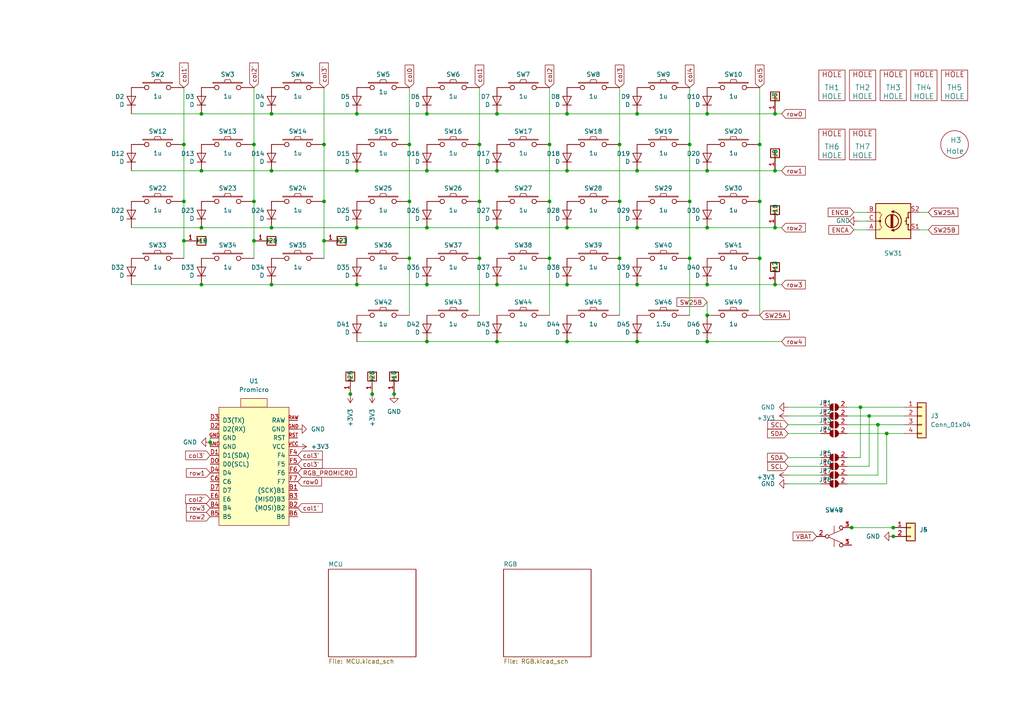
<source format=kicad_sch>
(kicad_sch (version 20220622) (generator eeschema)
  (paper "A4")
  (junction (at 184.785 66.04))
  (junction (at 257.175 125.73))
  (junction (at 107.95 114.3))
  (junction (at 179.705 74.93))
  (junction (at 220.345 41.91))
  (junction (at 249.555 118.11))
  (junction (at 252.095 120.65))
  (junction (at 224.79 49.53))
  (junction (at 164.465 82.55))
  (junction (at 123.825 99.06))
  (junction (at 144.145 82.55))
  (junction (at 93.98 69.85))
  (junction (at 184.785 49.53))
  (junction (at 259.08 153.035))
  (junction (at 103.505 82.55))
  (junction (at 58.42 82.55))
  (junction (at 118.745 41.91))
  (junction (at 205.105 33.02))
  (junction (at 205.105 91.44))
  (junction (at 78.74 82.55))
  (junction (at 164.465 49.53))
  (junction (at 224.79 33.02))
  (junction (at 53.34 69.85))
  (junction (at 103.505 33.02))
  (junction (at 159.385 41.91))
  (junction (at 118.745 74.93))
  (junction (at 184.785 33.02))
  (junction (at 60.96 128.27))
  (junction (at 200.025 74.93))
  (junction (at 78.74 66.04))
  (junction (at 164.465 66.04))
  (junction (at 73.66 58.42))
  (junction (at 205.105 82.55))
  (junction (at 103.505 49.53))
  (junction (at 224.79 66.04))
  (junction (at 139.065 41.91))
  (junction (at 93.98 41.91))
  (junction (at 118.745 58.42))
  (junction (at 114.3 114.3))
  (junction (at 200.025 58.42))
  (junction (at 179.705 58.42))
  (junction (at 58.42 33.02))
  (junction (at 254.635 123.19))
  (junction (at 144.145 66.04))
  (junction (at 58.42 49.53))
  (junction (at 200.025 41.91))
  (junction (at 73.66 41.91))
  (junction (at 259.08 155.575))
  (junction (at 179.705 41.91))
  (junction (at 58.42 66.04))
  (junction (at 139.065 74.93))
  (junction (at 53.34 41.91))
  (junction (at 224.79 82.55))
  (junction (at 123.825 66.04))
  (junction (at 101.6 114.3))
  (junction (at 123.825 49.53))
  (junction (at 73.66 69.85))
  (junction (at 78.74 33.02))
  (junction (at 220.345 58.42))
  (junction (at 123.825 33.02))
  (junction (at 164.465 33.02))
  (junction (at 139.065 58.42))
  (junction (at 159.385 74.93))
  (junction (at 93.98 58.42))
  (junction (at 78.74 49.53))
  (junction (at 103.505 66.04))
  (junction (at 144.145 49.53))
  (junction (at 247.015 153.035))
  (junction (at 220.345 74.93))
  (junction (at 205.105 99.06))
  (junction (at 123.825 82.55))
  (junction (at 144.145 99.06))
  (junction (at 184.785 82.55))
  (junction (at 205.105 49.53))
  (junction (at 205.105 66.04))
  (junction (at 144.145 33.02))
  (junction (at 159.385 58.42))
  (junction (at 164.465 99.06))
  (junction (at 53.34 58.42))
  (junction (at 184.785 99.06))
  (wire (pts (xy 224.79 33.02) (xy 226.695 33.02)))
  (wire (pts (xy 228.6 118.11) (xy 238.125 118.11)))
  (wire (pts (xy 228.6 132.715) (xy 238.125 132.715)))
  (wire (pts (xy 78.74 66.04) (xy 58.42 66.04)))
  (wire (pts (xy 228.6 135.255) (xy 238.125 135.255)))
  (wire (pts (xy 228.6 125.73) (xy 238.125 125.73)))
  (wire (pts (xy 93.98 58.42) (xy 93.98 69.85)))
  (wire (pts (xy 78.74 33.02) (xy 58.42 33.02)))
  (wire (pts (xy 226.695 99.06) (xy 205.105 99.06)))
  (wire (pts (xy 123.825 66.04) (xy 103.505 66.04)))
  (wire (pts (xy 123.825 99.06) (xy 103.505 99.06)))
  (wire (pts (xy 164.465 66.04) (xy 144.145 66.04)))
  (wire (pts (xy 247.015 153.035) (xy 259.08 153.035)))
  (wire (pts (xy 205.105 87.63) (xy 205.105 91.44)))
  (wire (pts (xy 228.6 140.335) (xy 238.125 140.335)))
  (wire (pts (xy 245.745 137.795) (xy 254.635 137.795)))
  (wire (pts (xy 205.105 99.06) (xy 184.785 99.06)))
  (wire (pts (xy 184.785 66.04) (xy 164.465 66.04)))
  (wire (pts (xy 200.025 25.4) (xy 200.025 41.91)))
  (wire (pts (xy 78.74 49.53) (xy 103.505 49.53)))
  (wire (pts (xy 93.98 25.4) (xy 93.98 41.91)))
  (wire (pts (xy 257.175 140.335) (xy 257.175 125.73)))
  (wire (pts (xy 78.74 82.55) (xy 103.505 82.55)))
  (wire (pts (xy 252.095 135.255) (xy 252.095 120.65)))
  (wire (pts (xy 159.385 58.42) (xy 159.385 74.93)))
  (wire (pts (xy 53.34 74.93) (xy 53.34 69.85)))
  (wire (pts (xy 224.79 66.04) (xy 226.695 66.04)))
  (wire (pts (xy 159.385 74.93) (xy 159.385 91.44)))
  (wire (pts (xy 123.825 33.02) (xy 144.145 33.02)))
  (wire (pts (xy 93.98 41.91) (xy 93.98 58.42)))
  (wire (pts (xy 220.345 41.91) (xy 220.345 58.42)))
  (wire (pts (xy 266.7 66.675) (xy 269.24 66.675)))
  (wire (pts (xy 144.145 99.06) (xy 123.825 99.06)))
  (wire (pts (xy 139.065 25.4) (xy 139.065 41.91)))
  (wire (pts (xy 78.74 49.53) (xy 58.42 49.53)))
  (wire (pts (xy 184.785 33.02) (xy 205.105 33.02)))
  (wire (pts (xy 184.785 33.02) (xy 164.465 33.02)))
  (wire (pts (xy 73.66 41.91) (xy 73.66 58.42)))
  (wire (pts (xy 245.745 123.19) (xy 254.635 123.19)))
  (wire (pts (xy 38.1 33.02) (xy 58.42 33.02)))
  (wire (pts (xy 118.745 58.42) (xy 118.745 41.91)))
  (wire (pts (xy 164.465 49.53) (xy 144.145 49.53)))
  (wire (pts (xy 179.705 41.91) (xy 179.705 58.42)))
  (wire (pts (xy 254.635 137.795) (xy 254.635 123.19)))
  (wire (pts (xy 257.175 125.73) (xy 262.255 125.73)))
  (wire (pts (xy 220.345 74.93) (xy 220.345 91.44)))
  (wire (pts (xy 205.105 82.55) (xy 224.79 82.55)))
  (wire (pts (xy 123.825 33.02) (xy 103.505 33.02)))
  (wire (pts (xy 139.065 74.93) (xy 139.065 58.42)))
  (wire (pts (xy 144.145 49.53) (xy 123.825 49.53)))
  (wire (pts (xy 266.7 61.595) (xy 269.24 61.595)))
  (wire (pts (xy 249.555 118.11) (xy 262.255 118.11)))
  (wire (pts (xy 245.745 118.11) (xy 249.555 118.11)))
  (wire (pts (xy 245.745 140.335) (xy 257.175 140.335)))
  (wire (pts (xy 245.745 120.65) (xy 252.095 120.65)))
  (wire (pts (xy 118.745 58.42) (xy 118.745 74.93)))
  (wire (pts (xy 184.785 66.04) (xy 205.105 66.04)))
  (wire (pts (xy 245.745 132.715) (xy 249.555 132.715)))
  (wire (pts (xy 184.785 82.55) (xy 205.105 82.55)))
  (wire (pts (xy 205.105 66.04) (xy 224.79 66.04)))
  (wire (pts (xy 224.79 49.53) (xy 226.695 49.53)))
  (wire (pts (xy 247.65 66.675) (xy 251.46 66.675)))
  (wire (pts (xy 205.105 49.53) (xy 224.79 49.53)))
  (wire (pts (xy 252.095 120.65) (xy 262.255 120.65)))
  (wire (pts (xy 179.705 25.4) (xy 179.705 41.91)))
  (wire (pts (xy 78.74 66.04) (xy 103.505 66.04)))
  (wire (pts (xy 228.6 120.65) (xy 238.125 120.65)))
  (wire (pts (xy 184.785 99.06) (xy 164.465 99.06)))
  (wire (pts (xy 93.98 69.85) (xy 93.98 74.93)))
  (wire (pts (xy 58.42 82.55) (xy 38.1 82.55)))
  (wire (pts (xy 245.745 135.255) (xy 252.095 135.255)))
  (wire (pts (xy 200.025 41.91) (xy 200.025 58.42)))
  (wire (pts (xy 205.105 33.02) (xy 224.79 33.02)))
  (wire (pts (xy 144.145 66.04) (xy 123.825 66.04)))
  (wire (pts (xy 200.025 58.42) (xy 200.025 74.93)))
  (wire (pts (xy 179.705 58.42) (xy 179.705 74.93)))
  (wire (pts (xy 224.79 82.55) (xy 226.695 82.55)))
  (wire (pts (xy 159.385 41.91) (xy 159.385 58.42)))
  (wire (pts (xy 164.465 33.02) (xy 144.145 33.02)))
  (wire (pts (xy 144.145 82.55) (xy 123.825 82.55)))
  (wire (pts (xy 254.635 123.19) (xy 262.255 123.19)))
  (wire (pts (xy 53.34 41.91) (xy 53.34 58.42)))
  (wire (pts (xy 58.42 49.53) (xy 38.1 49.53)))
  (wire (pts (xy 73.66 69.85) (xy 73.66 74.93)))
  (wire (pts (xy 139.065 41.91) (xy 139.065 58.42)))
  (wire (pts (xy 228.6 137.795) (xy 238.125 137.795)))
  (wire (pts (xy 159.385 25.4) (xy 159.385 41.91)))
  (wire (pts (xy 220.345 58.42) (xy 220.345 74.93)))
  (wire (pts (xy 228.6 123.19) (xy 238.125 123.19)))
  (wire (pts (xy 220.345 25.4) (xy 220.345 41.91)))
  (wire (pts (xy 164.465 99.06) (xy 144.145 99.06)))
  (wire (pts (xy 123.825 49.53) (xy 103.505 49.53)))
  (wire (pts (xy 60.96 128.27) (xy 60.96 129.54)))
  (wire (pts (xy 247.65 61.595) (xy 251.46 61.595)))
  (wire (pts (xy 249.555 132.715) (xy 249.555 118.11)))
  (wire (pts (xy 139.065 74.93) (xy 139.065 91.44)))
  (wire (pts (xy 164.465 82.55) (xy 144.145 82.55)))
  (wire (pts (xy 179.705 74.93) (xy 179.705 91.44)))
  (wire (pts (xy 53.34 25.4) (xy 53.34 41.91)))
  (wire (pts (xy 78.74 33.02) (xy 103.505 33.02)))
  (wire (pts (xy 73.66 25.4) (xy 73.66 41.91)))
  (wire (pts (xy 53.34 69.85) (xy 53.34 58.42)))
  (wire (pts (xy 184.785 49.53) (xy 164.465 49.53)))
  (wire (pts (xy 60.96 127) (xy 60.96 128.27)))
  (wire (pts (xy 200.025 74.93) (xy 200.025 91.44)))
  (wire (pts (xy 184.785 82.55) (xy 164.465 82.55)))
  (wire (pts (xy 118.745 74.93) (xy 118.745 91.44)))
  (wire (pts (xy 118.745 41.91) (xy 118.745 25.4)))
  (wire (pts (xy 245.745 125.73) (xy 257.175 125.73)))
  (wire (pts (xy 58.42 66.04) (xy 38.1 66.04)))
  (wire (pts (xy 251.46 64.135) (xy 248.92 64.135)))
  (wire (pts (xy 123.825 82.55) (xy 103.505 82.55)))
  (wire (pts (xy 184.785 49.53) (xy 205.105 49.53)))
  (wire (pts (xy 73.66 58.42) (xy 73.66 69.85)))
  (wire (pts (xy 78.74 82.55) (xy 58.42 82.55)))
  (global_label "ENCA" (shape input) (at 247.65 66.675 180) (property "Intersheet References" "${INTERSHEET_REFS}" (effects hide)))
  (global_label "col2'" (shape input) (at 60.96 144.78 180) (property "Intersheet References" "${INTERSHEET_REFS}" (effects hide)))
  (global_label "RGB_PROMICRO" (shape input) (at 86.36 137.16 0) (property "Intersheet References" "${INTERSHEET_REFS}" (effects hide)))
  (global_label "SW25B" (shape input) (at 269.24 66.675 0) (property "Intersheet References" "${INTERSHEET_REFS}" (effects hide)))
  (global_label "SW25A" (shape input) (at 220.345 91.44 0) (property "Intersheet References" "${INTERSHEET_REFS}" (effects hide)))
  (global_label "row3" (shape input) (at 60.96 147.32 180) (property "Intersheet References" "${INTERSHEET_REFS}" (effects hide)))
  (global_label "SCL" (shape input) (at 228.6 123.19 180) (property "Intersheet References" "${INTERSHEET_REFS}" (effects hide)))
  (global_label "col3'" (shape input) (at 60.96 132.08 180) (property "Intersheet References" "${INTERSHEET_REFS}" (effects hide)))
  (global_label "VBAT" (shape input) (at 236.855 155.575 180) (property "Intersheet References" "${INTERSHEET_REFS}" (effects hide)))
  (global_label "col1'" (shape input) (at 86.36 147.32 0) (property "Intersheet References" "${INTERSHEET_REFS}" (effects hide)))
  (global_label "ENCB" (shape input) (at 247.65 61.595 180) (property "Intersheet References" "${INTERSHEET_REFS}" (effects hide)))
  (global_label "col2'" (shape input) (at 73.66 25.4 90) (property "Intersheet References" "${INTERSHEET_REFS}" (effects hide)))
  (global_label "col4" (shape input) (at 200.025 25.4 90) (property "Intersheet References" "${INTERSHEET_REFS}" (effects hide)))
  (global_label "SCL" (shape input) (at 228.6 135.255 180) (property "Intersheet References" "${INTERSHEET_REFS}" (effects hide)))
  (global_label "SW25A" (shape input) (at 269.24 61.595 0) (property "Intersheet References" "${INTERSHEET_REFS}" (effects hide)))
  (global_label "row2" (shape input) (at 60.96 149.86 180) (property "Intersheet References" "${INTERSHEET_REFS}" (effects hide)))
  (global_label "col2" (shape input) (at 159.385 25.4 90) (property "Intersheet References" "${INTERSHEET_REFS}" (effects hide)))
  (global_label "SDA" (shape input) (at 228.6 132.715 180) (property "Intersheet References" "${INTERSHEET_REFS}" (effects hide)))
  (global_label "row3" (shape input) (at 226.695 82.55 0) (property "Intersheet References" "${INTERSHEET_REFS}" (effects hide)))
  (global_label "row0" (shape input) (at 226.695 33.02 0) (property "Intersheet References" "${INTERSHEET_REFS}" (effects hide)))
  (global_label "row4" (shape input) (at 226.695 99.06 0) (property "Intersheet References" "${INTERSHEET_REFS}" (effects hide)))
  (global_label "col5" (shape input) (at 220.345 25.4 90) (property "Intersheet References" "${INTERSHEET_REFS}" (effects hide)))
  (global_label "SW25B" (shape input) (at 205.105 87.63 180) (property "Intersheet References" "${INTERSHEET_REFS}" (effects hide)))
  (global_label "row2" (shape input) (at 226.695 66.04 0) (property "Intersheet References" "${INTERSHEET_REFS}" (effects hide)))
  (global_label "col0" (shape input) (at 118.745 25.4 90) (property "Intersheet References" "${INTERSHEET_REFS}" (effects hide)))
  (global_label "col3'" (shape input) (at 86.36 134.62 0) (property "Intersheet References" "${INTERSHEET_REFS}" (effects hide)))
  (global_label "col3" (shape input) (at 179.705 25.4 90) (property "Intersheet References" "${INTERSHEET_REFS}" (effects hide)))
  (global_label "col3'" (shape input) (at 93.98 25.4 90) (property "Intersheet References" "${INTERSHEET_REFS}" (effects hide)))
  (global_label "row0" (shape input) (at 86.36 139.7 0) (property "Intersheet References" "${INTERSHEET_REFS}" (effects hide)))
  (global_label "col1" (shape input) (at 139.065 25.4 90) (property "Intersheet References" "${INTERSHEET_REFS}" (effects hide)))
  (global_label "col1'" (shape input) (at 53.34 25.4 90) (property "Intersheet References" "${INTERSHEET_REFS}" (effects hide)))
  (global_label "row1" (shape input) (at 226.695 49.53 0) (property "Intersheet References" "${INTERSHEET_REFS}" (effects hide)))
  (global_label "SDA" (shape input) (at 228.6 125.73 180) (property "Intersheet References" "${INTERSHEET_REFS}" (effects hide)))
  (global_label "row1" (shape input) (at 60.96 137.16 180) (property "Intersheet References" "${INTERSHEET_REFS}" (effects hide)))
  (global_label "col3'" (shape input) (at 86.36 132.08 0) (property "Intersheet References" "${INTERSHEET_REFS}" (effects hide)))
  (symbol (lib_id "SofleKeyboard-rescue:SW_PUSH-Lily58-cache-Lily58_Pro-rescue") (at 192.405 91.44 0) (mirror y) (unit 1)
    (default_instance (reference "U") (unit 1) (value "") (footprint ""))
    (property "Reference" "SW46" (at 192.405 87.63 0))
    (property "Value" "1.5u" (at 192.405 93.98 0))
    (property "Footprint" "Library:SW-HS_flip-1u" (effects hide))
  )
  (symbol (lib_id "SofleKeyboard-rescue:SW_PUSH-Lily58-cache-Lily58_Pro-rescue") (at 212.725 25.4 0) (mirror y) (unit 1)
    (default_instance (reference "U") (unit 1) (value "") (footprint ""))
    (property "Reference" "SW10" (at 212.725 21.59 0))
    (property "Value" "1u" (at 212.725 27.94 0))
    (property "Footprint" "Library:SW-HS_flip-1u" (effects hide))
  )
  (symbol (lib_id "SofleKeyboard-rescue:D-Lily58-cache-Lily58_Pro-rescue") (at 205.105 29.21 270) (mirror x) (unit 1)
    (default_instance (reference "U") (unit 1) (value "") (footprint ""))
    (property "Reference" "D10" (at 203.0984 28.0416 90) (effects (justify right)))
    (property "Value" "D" (at 203.0984 30.353 90) (effects (justify right)))
    (property "Footprint" "Library:Diode" (effects hide))
  )
  (symbol (lib_id "SofleKeyboard-rescue:SW_PUSH-Lily58-cache-Lily58_Pro-rescue") (at 192.405 25.4 0) (mirror y) (unit 1)
    (default_instance (reference "U") (unit 1) (value "") (footprint ""))
    (property "Reference" "SW9" (at 192.405 21.59 0))
    (property "Value" "1u" (at 192.405 27.94 0))
    (property "Footprint" "Library:SW-HS_flip-1u" (effects hide))
  )
  (symbol (lib_id "SofleKeyboard-rescue:D-Lily58-cache-Lily58_Pro-rescue") (at 184.785 29.21 270) (mirror x) (unit 1)
    (default_instance (reference "U") (unit 1) (value "") (footprint ""))
    (property "Reference" "D9" (at 182.7784 28.0416 90) (effects (justify right)))
    (property "Value" "D" (at 182.7784 30.353 90) (effects (justify right)))
    (property "Footprint" "Library:Diode" (effects hide))
  )
  (symbol (lib_id "SofleKeyboard-rescue:SW_PUSH-Lily58-cache-Lily58_Pro-rescue") (at 172.085 25.4 0) (mirror y) (unit 1)
    (default_instance (reference "U") (unit 1) (value "") (footprint ""))
    (property "Reference" "SW8" (at 172.085 21.59 0))
    (property "Value" "1u" (at 172.085 27.94 0))
    (property "Footprint" "Library:SW-HS_flip-1u" (effects hide))
  )
  (symbol (lib_id "SofleKeyboard-rescue:D-Lily58-cache-Lily58_Pro-rescue") (at 164.465 29.21 270) (mirror x) (unit 1)
    (default_instance (reference "U") (unit 1) (value "") (footprint ""))
    (property "Reference" "D8" (at 162.4584 28.0416 90) (effects (justify right)))
    (property "Value" "D" (at 162.4584 30.353 90) (effects (justify right)))
    (property "Footprint" "Library:Diode" (effects hide))
  )
  (symbol (lib_id "SofleKeyboard-rescue:SW_PUSH-Lily58-cache-Lily58_Pro-rescue") (at 151.765 25.4 0) (mirror y) (unit 1)
    (default_instance (reference "U") (unit 1) (value "") (footprint ""))
    (property "Reference" "SW7" (at 151.765 21.59 0))
    (property "Value" "1u" (at 151.765 27.94 0))
    (property "Footprint" "Library:SW-HS_flip-1u" (effects hide))
  )
  (symbol (lib_id "SofleKeyboard-rescue:D-Lily58-cache-Lily58_Pro-rescue") (at 144.145 29.21 270) (mirror x) (unit 1)
    (default_instance (reference "U") (unit 1) (value "") (footprint ""))
    (property "Reference" "D7" (at 142.1384 28.0416 90) (effects (justify right)))
    (property "Value" "D" (at 142.1384 30.353 90) (effects (justify right)))
    (property "Footprint" "Library:Diode" (effects hide))
  )
  (symbol (lib_id "SofleKeyboard-rescue:SW_PUSH-Lily58-cache-Lily58_Pro-rescue") (at 131.445 25.4 0) (unit 1)
    (default_instance (reference "U") (unit 1) (value "") (footprint ""))
    (property "Reference" "SW6" (at 131.445 21.59 0))
    (property "Value" "1u" (at 131.445 27.94 0))
    (property "Footprint" "Library:SW-HS_flip-1u" (effects hide))
  )
  (symbol (lib_id "SofleKeyboard-rescue:D-Lily58-cache-Lily58_Pro-rescue") (at 123.825 29.21 270) (mirror x) (unit 1)
    (default_instance (reference "U") (unit 1) (value "") (footprint ""))
    (property "Reference" "D6" (at 121.8184 28.0416 90) (effects (justify right)))
    (property "Value" "D" (at 121.8184 30.353 90) (effects (justify right)))
    (property "Footprint" "Library:Diode" (effects hide))
  )
  (symbol (lib_id "SofleKeyboard-rescue:SW_PUSH-Lily58-cache-Lily58_Pro-rescue") (at 111.125 25.4 0) (mirror y) (unit 1)
    (default_instance (reference "U") (unit 1) (value "") (footprint ""))
    (property "Reference" "SW5" (at 111.125 21.59 0))
    (property "Value" "1u" (at 111.125 26.67 0))
    (property "Footprint" "Library:SW-HS_flip-1u" (effects hide))
  )
  (symbol (lib_id "SofleKeyboard-rescue:D-Lily58-cache-Lily58_Pro-rescue") (at 103.505 29.21 270) (mirror x) (unit 1)
    (default_instance (reference "U") (unit 1) (value "") (footprint ""))
    (property "Reference" "D5" (at 101.4984 28.0416 90) (effects (justify right)))
    (property "Value" "D" (at 101.4984 30.353 90) (effects (justify right)))
    (property "Footprint" "Library:Diode" (effects hide))
  )
  (symbol (lib_id "SofleKeyboard-rescue:SW_PUSH-Lily58-cache-Lily58_Pro-rescue") (at 192.405 41.91 0) (mirror y) (unit 1)
    (default_instance (reference "U") (unit 1) (value "") (footprint ""))
    (property "Reference" "SW19" (at 192.405 38.1 0))
    (property "Value" "1u" (at 192.405 44.45 0))
    (property "Footprint" "Library:SW-HS_flip-1u" (effects hide))
  )
  (symbol (lib_id "SofleKeyboard-rescue:SW_PUSH-Lily58-cache-Lily58_Pro-rescue") (at 172.085 41.91 0) (mirror y) (unit 1)
    (default_instance (reference "U") (unit 1) (value "") (footprint ""))
    (property "Reference" "SW18" (at 172.085 38.1 0))
    (property "Value" "1u" (at 172.085 44.45 0))
    (property "Footprint" "Library:SW-HS_flip-1u" (effects hide))
  )
  (symbol (lib_id "SofleKeyboard-rescue:SW_PUSH-Lily58-cache-Lily58_Pro-rescue") (at 151.765 41.91 0) (mirror y) (unit 1)
    (default_instance (reference "U") (unit 1) (value "") (footprint ""))
    (property "Reference" "SW17" (at 151.765 38.1 0))
    (property "Value" "1u" (at 151.765 44.45 0))
    (property "Footprint" "Library:SW-HS_flip-1u" (effects hide))
  )
  (symbol (lib_id "SofleKeyboard-rescue:SW_PUSH-Lily58-cache-Lily58_Pro-rescue") (at 131.445 41.91 0) (unit 1)
    (default_instance (reference "U") (unit 1) (value "") (footprint ""))
    (property "Reference" "SW16" (at 131.445 38.1 0))
    (property "Value" "1u" (at 131.445 44.45 0))
    (property "Footprint" "Library:SW-HS_flip-1u" (effects hide))
  )
  (symbol (lib_id "SofleKeyboard-rescue:SW_PUSH-Lily58-cache-Lily58_Pro-rescue") (at 111.125 41.91 0) (mirror y) (unit 1)
    (default_instance (reference "U") (unit 1) (value "") (footprint ""))
    (property "Reference" "SW15" (at 111.125 38.1 0))
    (property "Value" "1u" (at 111.125 44.45 0))
    (property "Footprint" "Library:SW-HS_flip-1u" (effects hide))
  )
  (symbol (lib_id "SofleKeyboard-rescue:SW_PUSH-Lily58-cache-Lily58_Pro-rescue") (at 212.725 41.91 0) (mirror y) (unit 1)
    (default_instance (reference "U") (unit 1) (value "") (footprint ""))
    (property "Reference" "SW20" (at 212.725 38.1 0))
    (property "Value" "1u" (at 212.725 44.45 0))
    (property "Footprint" "Library:SW-HS_flip-1u" (effects hide))
  )
  (symbol (lib_id "SofleKeyboard-rescue:D-Lily58-cache-Lily58_Pro-rescue") (at 205.105 45.72 270) (mirror x) (unit 1)
    (default_instance (reference "U") (unit 1) (value "") (footprint ""))
    (property "Reference" "D20" (at 203.0984 44.5516 90) (effects (justify right)))
    (property "Value" "D" (at 203.0984 46.863 90) (effects (justify right)))
    (property "Footprint" "Library:Diode" (effects hide))
  )
  (symbol (lib_id "SofleKeyboard-rescue:D-Lily58-cache-Lily58_Pro-rescue") (at 184.785 45.72 270) (mirror x) (unit 1)
    (default_instance (reference "U") (unit 1) (value "") (footprint ""))
    (property "Reference" "D19" (at 182.7784 44.5516 90) (effects (justify right)))
    (property "Value" "D" (at 182.7784 46.863 90) (effects (justify right)))
    (property "Footprint" "Library:Diode" (effects hide))
  )
  (symbol (lib_id "SofleKeyboard-rescue:D-Lily58-cache-Lily58_Pro-rescue") (at 164.465 45.72 270) (mirror x) (unit 1)
    (default_instance (reference "U") (unit 1) (value "") (footprint ""))
    (property "Reference" "D18" (at 162.4584 44.5516 90) (effects (justify right)))
    (property "Value" "D" (at 162.4584 46.863 90) (effects (justify right)))
    (property "Footprint" "Library:Diode" (effects hide))
  )
  (symbol (lib_id "SofleKeyboard-rescue:D-Lily58-cache-Lily58_Pro-rescue") (at 144.145 45.72 270) (mirror x) (unit 1)
    (default_instance (reference "U") (unit 1) (value "") (footprint ""))
    (property "Reference" "D17" (at 142.1384 44.5516 90) (effects (justify right)))
    (property "Value" "D" (at 142.1384 46.863 90) (effects (justify right)))
    (property "Footprint" "Library:Diode" (effects hide))
  )
  (symbol (lib_id "SofleKeyboard-rescue:D-Lily58-cache-Lily58_Pro-rescue") (at 123.825 45.72 270) (mirror x) (unit 1)
    (default_instance (reference "U") (unit 1) (value "") (footprint ""))
    (property "Reference" "D16" (at 121.8184 44.5516 90) (effects (justify right)))
    (property "Value" "D" (at 121.8184 46.863 90) (effects (justify right)))
    (property "Footprint" "Library:Diode" (effects hide))
  )
  (symbol (lib_id "SofleKeyboard-rescue:D-Lily58-cache-Lily58_Pro-rescue") (at 103.505 45.72 270) (mirror x) (unit 1)
    (default_instance (reference "U") (unit 1) (value "") (footprint ""))
    (property "Reference" "D15" (at 101.4984 44.5516 90) (effects (justify right)))
    (property "Value" "D" (at 101.4984 46.863 90) (effects (justify right)))
    (property "Footprint" "Library:Diode" (effects hide))
  )
  (symbol (lib_id "SofleKeyboard-rescue:SW_PUSH-Lily58-cache-Lily58_Pro-rescue") (at 212.725 58.42 0) (mirror y) (unit 1)
    (default_instance (reference "U") (unit 1) (value "") (footprint ""))
    (property "Reference" "SW30" (at 212.725 54.61 0))
    (property "Value" "1u" (at 212.725 60.96 0))
    (property "Footprint" "Library:SW-HS_flip-1u" (effects hide))
  )
  (symbol (lib_id "SofleKeyboard-rescue:SW_PUSH-Lily58-cache-Lily58_Pro-rescue") (at 192.405 58.42 0) (mirror y) (unit 1)
    (default_instance (reference "U") (unit 1) (value "") (footprint ""))
    (property "Reference" "SW29" (at 192.405 54.61 0))
    (property "Value" "1u" (at 192.405 60.96 0))
    (property "Footprint" "Library:SW-HS_flip-1u" (effects hide))
  )
  (symbol (lib_id "SofleKeyboard-rescue:SW_PUSH-Lily58-cache-Lily58_Pro-rescue") (at 172.085 58.42 0) (mirror y) (unit 1)
    (default_instance (reference "U") (unit 1) (value "") (footprint ""))
    (property "Reference" "SW28" (at 172.085 54.61 0))
    (property "Value" "1u" (at 172.085 60.96 0))
    (property "Footprint" "Library:SW-HS_flip-1u" (effects hide))
  )
  (symbol (lib_id "SofleKeyboard-rescue:SW_PUSH-Lily58-cache-Lily58_Pro-rescue") (at 151.765 58.42 0) (mirror y) (unit 1)
    (default_instance (reference "U") (unit 1) (value "") (footprint ""))
    (property "Reference" "SW27" (at 151.765 54.61 0))
    (property "Value" "1u" (at 151.765 60.96 0))
    (property "Footprint" "Library:SW-HS_flip-1u" (effects hide))
  )
  (symbol (lib_id "SofleKeyboard-rescue:SW_PUSH-Lily58-cache-Lily58_Pro-rescue") (at 131.445 58.42 0) (unit 1)
    (default_instance (reference "U") (unit 1) (value "") (footprint ""))
    (property "Reference" "SW26" (at 131.445 54.61 0))
    (property "Value" "1u" (at 131.445 60.96 0))
    (property "Footprint" "Library:SW-HS_flip-1u" (effects hide))
  )
  (symbol (lib_id "SofleKeyboard-rescue:SW_PUSH-Lily58-cache-Lily58_Pro-rescue") (at 111.125 58.42 0) (mirror y) (unit 1)
    (default_instance (reference "U") (unit 1) (value "") (footprint ""))
    (property "Reference" "SW25" (at 111.125 54.61 0))
    (property "Value" "1u" (at 111.125 60.96 0))
    (property "Footprint" "Library:SW-HS_flip-1u" (effects hide))
  )
  (symbol (lib_id "SofleKeyboard-rescue:D-Lily58-cache-Lily58_Pro-rescue") (at 205.105 62.23 270) (mirror x) (unit 1)
    (default_instance (reference "U") (unit 1) (value "") (footprint ""))
    (property "Reference" "D30" (at 203.0984 61.0616 90) (effects (justify right)))
    (property "Value" "D" (at 203.0984 63.373 90) (effects (justify right)))
    (property "Footprint" "Library:Diode" (effects hide))
  )
  (symbol (lib_id "SofleKeyboard-rescue:D-Lily58-cache-Lily58_Pro-rescue") (at 184.785 62.23 270) (mirror x) (unit 1)
    (default_instance (reference "U") (unit 1) (value "") (footprint ""))
    (property "Reference" "D29" (at 182.7784 61.0616 90) (effects (justify right)))
    (property "Value" "D" (at 182.7784 63.373 90) (effects (justify right)))
    (property "Footprint" "Library:Diode" (effects hide))
  )
  (symbol (lib_id "SofleKeyboard-rescue:D-Lily58-cache-Lily58_Pro-rescue") (at 164.465 62.23 270) (mirror x) (unit 1)
    (default_instance (reference "U") (unit 1) (value "") (footprint ""))
    (property "Reference" "D28" (at 162.4584 61.0616 90) (effects (justify right)))
    (property "Value" "D" (at 162.4584 63.373 90) (effects (justify right)))
    (property "Footprint" "Library:Diode" (effects hide))
  )
  (symbol (lib_id "SofleKeyboard-rescue:D-Lily58-cache-Lily58_Pro-rescue") (at 144.145 62.23 270) (mirror x) (unit 1)
    (default_instance (reference "U") (unit 1) (value "") (footprint ""))
    (property "Reference" "D27" (at 142.1384 61.0616 90) (effects (justify right)))
    (property "Value" "D" (at 142.1384 63.373 90) (effects (justify right)))
    (property "Footprint" "Library:Diode" (effects hide))
  )
  (symbol (lib_id "SofleKeyboard-rescue:D-Lily58-cache-Lily58_Pro-rescue") (at 123.825 62.23 270) (mirror x) (unit 1)
    (default_instance (reference "U") (unit 1) (value "") (footprint ""))
    (property "Reference" "D26" (at 121.8184 61.0616 90) (effects (justify right)))
    (property "Value" "D" (at 121.8184 63.373 90) (effects (justify right)))
    (property "Footprint" "Library:Diode" (effects hide))
  )
  (symbol (lib_id "SofleKeyboard-rescue:D-Lily58-cache-Lily58_Pro-rescue") (at 103.505 62.23 270) (mirror x) (unit 1)
    (default_instance (reference "U") (unit 1) (value "") (footprint ""))
    (property "Reference" "D25" (at 101.4984 61.0616 90) (effects (justify right)))
    (property "Value" "D" (at 101.4984 63.373 90) (effects (justify right)))
    (property "Footprint" "Library:Diode" (effects hide))
  )
  (symbol (lib_id "SofleKeyboard-rescue:SW_PUSH-Lily58-cache-Lily58_Pro-rescue") (at 172.085 74.93 0) (mirror y) (unit 1)
    (default_instance (reference "U") (unit 1) (value "") (footprint ""))
    (property "Reference" "SW39" (at 172.085 71.12 0))
    (property "Value" "1u" (at 172.085 77.47 0))
    (property "Footprint" "Library:SW-HS_flip-1u" (effects hide))
  )
  (symbol (lib_id "SofleKeyboard-rescue:SW_PUSH-Lily58-cache-Lily58_Pro-rescue") (at 151.765 74.93 0) (mirror y) (unit 1)
    (default_instance (reference "U") (unit 1) (value "") (footprint ""))
    (property "Reference" "SW38" (at 151.765 71.12 0))
    (property "Value" "1u" (at 151.765 77.47 0))
    (property "Footprint" "Library:SW-HS_flip-1u" (effects hide))
  )
  (symbol (lib_id "SofleKeyboard-rescue:SW_PUSH-Lily58-cache-Lily58_Pro-rescue") (at 131.445 74.93 0) (unit 1)
    (default_instance (reference "U") (unit 1) (value "") (footprint ""))
    (property "Reference" "SW37" (at 131.445 71.12 0))
    (property "Value" "1u" (at 131.445 77.47 0))
    (property "Footprint" "Library:SW-HS_flip-1u" (effects hide))
  )
  (symbol (lib_id "SofleKeyboard-rescue:SW_PUSH-Lily58-cache-Lily58_Pro-rescue") (at 111.125 74.93 0) (mirror y) (unit 1)
    (default_instance (reference "U") (unit 1) (value "") (footprint ""))
    (property "Reference" "SW36" (at 111.125 71.12 0))
    (property "Value" "1u" (at 111.125 77.47 0))
    (property "Footprint" "Library:SW-HS_flip-1u" (effects hide))
  )
  (symbol (lib_id "SofleKeyboard-rescue:SW_PUSH-Lily58-cache-Lily58_Pro-rescue") (at 192.405 74.93 0) (mirror y) (unit 1)
    (default_instance (reference "U") (unit 1) (value "") (footprint ""))
    (property "Reference" "SW40" (at 192.405 71.12 0))
    (property "Value" "1u" (at 192.405 77.47 0))
    (property "Footprint" "Library:SW-HS_flip-1u" (effects hide))
  )
  (symbol (lib_id "SofleKeyboard-rescue:SW_PUSH-Lily58-cache-Lily58_Pro-rescue") (at 212.725 74.93 0) (mirror y) (unit 1)
    (default_instance (reference "U") (unit 1) (value "") (footprint ""))
    (property "Reference" "SW41" (at 212.725 71.12 0))
    (property "Value" "1u" (at 212.725 77.47 0))
    (property "Footprint" "Library:SW-HS_flip-1u" (effects hide))
  )
  (symbol (lib_id "SofleKeyboard-rescue:D-Lily58-cache-Lily58_Pro-rescue") (at 205.105 78.74 270) (mirror x) (unit 1)
    (default_instance (reference "U") (unit 1) (value "") (footprint ""))
    (property "Reference" "D40" (at 203.0984 77.5716 90) (effects (justify right)))
    (property "Value" "D" (at 203.0984 79.883 90) (effects (justify right)))
    (property "Footprint" "Library:Diode" (effects hide))
  )
  (symbol (lib_id "SofleKeyboard-rescue:D-Lily58-cache-Lily58_Pro-rescue") (at 184.785 78.74 270) (mirror x) (unit 1)
    (default_instance (reference "U") (unit 1) (value "") (footprint ""))
    (property "Reference" "D39" (at 182.7784 77.5716 90) (effects (justify right)))
    (property "Value" "D" (at 182.7784 79.883 90) (effects (justify right)))
    (property "Footprint" "Library:Diode" (effects hide))
  )
  (symbol (lib_id "SofleKeyboard-rescue:D-Lily58-cache-Lily58_Pro-rescue") (at 164.465 78.74 270) (mirror x) (unit 1)
    (default_instance (reference "U") (unit 1) (value "") (footprint ""))
    (property "Reference" "D38" (at 162.4584 77.5716 90) (effects (justify right)))
    (property "Value" "D" (at 162.4584 79.883 90) (effects (justify right)))
    (property "Footprint" "Library:Diode" (effects hide))
  )
  (symbol (lib_id "SofleKeyboard-rescue:D-Lily58-cache-Lily58_Pro-rescue") (at 144.145 78.74 270) (mirror x) (unit 1)
    (default_instance (reference "U") (unit 1) (value "") (footprint ""))
    (property "Reference" "D37" (at 142.1384 77.5716 90) (effects (justify right)))
    (property "Value" "D" (at 142.1384 79.883 90) (effects (justify right)))
    (property "Footprint" "Library:Diode" (effects hide))
  )
  (symbol (lib_id "SofleKeyboard-rescue:D-Lily58-cache-Lily58_Pro-rescue") (at 123.825 78.74 270) (mirror x) (unit 1)
    (default_instance (reference "U") (unit 1) (value "") (footprint ""))
    (property "Reference" "D36" (at 121.8184 77.5716 90) (effects (justify right)))
    (property "Value" "D" (at 121.8184 79.883 90) (effects (justify right)))
    (property "Footprint" "Library:Diode" (effects hide))
  )
  (symbol (lib_id "SofleKeyboard-rescue:D-Lily58-cache-Lily58_Pro-rescue") (at 103.505 78.74 270) (mirror x) (unit 1)
    (default_instance (reference "U") (unit 1) (value "") (footprint ""))
    (property "Reference" "D35" (at 101.4984 77.5716 90) (effects (justify right)))
    (property "Value" "D" (at 101.4984 79.883 90) (effects (justify right)))
    (property "Footprint" "Library:Diode" (effects hide))
  )
  (symbol (lib_id "SofleKeyboard-rescue:SW_PUSH-Lily58-cache-Lily58_Pro-rescue") (at 172.085 91.44 0) (mirror y) (unit 1)
    (default_instance (reference "U") (unit 1) (value "") (footprint ""))
    (property "Reference" "SW45" (at 172.085 87.63 0))
    (property "Value" "1u" (at 172.085 93.98 0))
    (property "Footprint" "Library:SW-HS_flip-1u" (effects hide))
  )
  (symbol (lib_id "SofleKeyboard-rescue:SW_PUSH-Lily58-cache-Lily58_Pro-rescue") (at 151.765 91.44 0) (mirror y) (unit 1)
    (default_instance (reference "U") (unit 1) (value "") (footprint ""))
    (property "Reference" "SW44" (at 151.765 87.63 0))
    (property "Value" "1u" (at 151.765 93.98 0))
    (property "Footprint" "Library:SW-HS_flip-1u" (effects hide))
  )
  (symbol (lib_id "SofleKeyboard-rescue:SW_PUSH-Lily58-cache-Lily58_Pro-rescue") (at 131.445 91.44 0) (mirror y) (unit 1)
    (default_instance (reference "U") (unit 1) (value "") (footprint ""))
    (property "Reference" "SW43" (at 131.445 87.63 0))
    (property "Value" "1u" (at 131.445 93.98 0))
    (property "Footprint" "Library:SW-HS_flip-1u" (effects hide))
  )
  (symbol (lib_id "SofleKeyboard-rescue:D-Lily58-cache-Lily58_Pro-rescue") (at 205.105 95.25 270) (mirror x) (unit 1)
    (default_instance (reference "U") (unit 1) (value "") (footprint ""))
    (property "Reference" "D46" (at 203.0984 94.0816 90) (effects (justify right)))
    (property "Value" "D" (at 203.0984 96.393 90) (effects (justify right)))
    (property "Footprint" "Library:Diode" (effects hide))
  )
  (symbol (lib_id "SofleKeyboard-rescue:D-Lily58-cache-Lily58_Pro-rescue") (at 184.785 95.25 270) (mirror x) (unit 1)
    (default_instance (reference "U") (unit 1) (value "") (footprint ""))
    (property "Reference" "D45" (at 182.7784 94.0816 90) (effects (justify right)))
    (property "Value" "D" (at 182.7784 96.393 90) (effects (justify right)))
    (property "Footprint" "Library:Diode" (effects hide))
  )
  (symbol (lib_id "SofleKeyboard-rescue:D-Lily58-cache-Lily58_Pro-rescue") (at 164.465 95.25 270) (mirror x) (unit 1)
    (default_instance (reference "U") (unit 1) (value "") (footprint ""))
    (property "Reference" "D44" (at 162.4584 94.0816 90) (effects (justify right)))
    (property "Value" "D" (at 162.4584 96.393 90) (effects (justify right)))
    (property "Footprint" "Library:Diode" (effects hide))
  )
  (symbol (lib_id "SofleKeyboard-rescue:D-Lily58-cache-Lily58_Pro-rescue") (at 144.145 95.25 270) (mirror x) (unit 1)
    (default_instance (reference "U") (unit 1) (value "") (footprint ""))
    (property "Reference" "D43" (at 142.1384 94.0816 90) (effects (justify right)))
    (property "Value" "D" (at 142.1384 96.393 90) (effects (justify right)))
    (property "Footprint" "Library:Diode" (effects hide))
  )
  (symbol (lib_id "SofleKeyboard-rescue:D-Lily58-cache-Lily58_Pro-rescue") (at 123.825 95.25 270) (mirror x) (unit 1)
    (default_instance (reference "U") (unit 1) (value "") (footprint ""))
    (property "Reference" "D42" (at 121.8184 94.0816 90) (effects (justify right)))
    (property "Value" "D" (at 121.8184 96.393 90) (effects (justify right)))
    (property "Footprint" "Library:Diode" (effects hide))
  )
  (symbol (lib_id "SofleKeyboard-rescue:HOLE-Lily58-cache-Lily58_Pro-rescue") (at 241.3 42.545 0) (unit 1)
    (default_instance (reference "U") (unit 1) (value "") (footprint ""))
    (property "Reference" "TH6" (at 241.3 42.545 0) (effects (font (size 1.524 1.524))))
    (property "Value" "HOLE" (at 241.3 45.085 0) (effects (font (size 1.524 1.524))))
    (property "Footprint" "Library:M2_HOLE_PCB" (effects hide))
  )
  (symbol (lib_id "SofleKeyboard-rescue:HOLE-Lily58-cache-Lily58_Pro-rescue") (at 250.19 42.545 0) (unit 1)
    (default_instance (reference "U") (unit 1) (value "") (footprint ""))
    (property "Reference" "TH7" (at 250.19 42.545 0) (effects (font (size 1.524 1.524))))
    (property "Value" "HOLE" (at 250.19 45.085 0) (effects (font (size 1.524 1.524))))
    (property "Footprint" "Library:M2_HOLE_PCB" (effects hide))
  )
  (symbol (lib_id "SofleKeyboard-rescue:HOLE-Lily58-cache-Lily58_Pro-rescue") (at 250.19 25.4 0) (unit 1)
    (default_instance (reference "U") (unit 1) (value "") (footprint ""))
    (property "Reference" "TH2" (at 250.19 25.4 0) (effects (font (size 1.524 1.524))))
    (property "Value" "HOLE" (at 250.19 27.94 0) (effects (font (size 1.524 1.524))))
    (property "Footprint" "Library:HOLE_M2_TH" (effects hide))
  )
  (symbol (lib_id "SofleKeyboard-rescue:HOLE-Lily58-cache-Lily58_Pro-rescue") (at 259.08 25.4 0) (unit 1)
    (default_instance (reference "U") (unit 1) (value "") (footprint ""))
    (property "Reference" "TH3" (at 259.08 25.4 0) (effects (font (size 1.524 1.524))))
    (property "Value" "HOLE" (at 259.08 27.94 0) (effects (font (size 1.524 1.524))))
    (property "Footprint" "Library:HOLE_M2_TH" (effects hide))
  )
  (symbol (lib_id "SofleKeyboard-rescue:HOLE-Lily58-cache-Lily58_Pro-rescue") (at 267.97 25.4 0) (unit 1)
    (default_instance (reference "U") (unit 1) (value "") (footprint ""))
    (property "Reference" "TH4" (at 267.97 25.4 0) (effects (font (size 1.524 1.524))))
    (property "Value" "HOLE" (at 267.97 27.94 0) (effects (font (size 1.524 1.524))))
    (property "Footprint" "Library:HOLE_M2_TH" (effects hide))
  )
  (symbol (lib_id "SofleKeyboard-rescue:HOLE-Lily58-cache-Lily58_Pro-rescue") (at 276.86 25.4 0) (unit 1)
    (default_instance (reference "U") (unit 1) (value "") (footprint ""))
    (property "Reference" "TH5" (at 276.86 25.4 0) (effects (font (size 1.524 1.524))))
    (property "Value" "HOLE" (at 276.86 27.94 0) (effects (font (size 1.524 1.524))))
    (property "Footprint" "Library:HOLE_M2_TH" (effects hide))
  )
  (symbol (lib_id "SofleKeyboard-rescue:HOLE-Lily58-cache-Lily58_Pro-rescue") (at 241.3 25.4 0) (unit 1)
    (default_instance (reference "U") (unit 1) (value "") (footprint ""))
    (property "Reference" "TH1" (at 241.3 25.4 0) (effects (font (size 1.524 1.524))))
    (property "Value" "HOLE" (at 241.3 27.94 0) (effects (font (size 1.524 1.524))))
    (property "Footprint" "Library:HOLE_M2_TH" (effects hide))
  )
  (symbol (lib_id "SofleKeyboard-rescue:SW_PUSH-Lily58-cache-Lily58_Pro-rescue") (at 111.125 91.44 0) (mirror y) (unit 1)
    (default_instance (reference "U") (unit 1) (value "") (footprint ""))
    (property "Reference" "SW42" (at 111.125 87.63 0))
    (property "Value" "1u" (at 111.125 93.98 0))
    (property "Footprint" "Library:SW-HS_flip-1u" (effects hide))
  )
  (symbol (lib_id "SofleKeyboard-rescue:D-Lily58-cache-Lily58_Pro-rescue") (at 103.505 95.25 270) (mirror x) (unit 1)
    (default_instance (reference "U") (unit 1) (value "") (footprint ""))
    (property "Reference" "D41" (at 101.4984 94.0816 90) (effects (justify right)))
    (property "Value" "D" (at 101.4984 96.393 90) (effects (justify right)))
    (property "Footprint" "Library:Diode" (effects hide))
  )
  (symbol (lib_id "Device:Rotary_Encoder_Switch") (at 259.08 64.135 0) (mirror x) (unit 1)
    (default_instance (reference "U") (unit 1) (value "") (footprint ""))
    (property "Reference" "SW31" (at 259.08 73.4568 0))
    (property "Value" " " (at 259.08 71.1454 0))
    (property "Footprint" "kien242:Econder" (effects hide))
  )
  (symbol (lib_id "power:GND") (at 248.92 64.135 270) (mirror x) (unit 1)
    (default_instance (reference "U") (unit 1) (value "") (footprint ""))
    (property "Reference" "#PWR01" (effects hide))
    (property "Value" "GND" (at 244.5258 64.008 90))
  )
  (symbol (lib_id "power:GND") (at 228.6 140.335 270) (mirror x) (unit 1)
    (default_instance (reference "U") (unit 1) (value "") (footprint ""))
    (property "Reference" "#PWR011" (effects hide))
    (property "Value" "GND" (at 224.79 140.3351 90) (effects (justify right)))
  )
  (symbol (lib_id "Connector_Generic:Conn_01x01") (at 224.79 60.96 90) (unit 1)
    (default_instance (reference "U") (unit 1) (value "") (footprint ""))
    (property "Reference" "J10" (at 224.79 60.96 0))
    (property "Value" " " (at 228.6 60.96 0))
    (property "Footprint" "Library:Conn_01x01" (effects hide))
  )
  (symbol (lib_id "SofleKeyboard-rescue:SW_PUSH-Lily58-cache-Lily58_Pro-rescue") (at 86.36 41.91 0) (mirror y) (unit 1)
    (default_instance (reference "U") (unit 1) (value "") (footprint ""))
    (property "Reference" "SW14" (at 86.36 38.1 0))
    (property "Value" "1u" (at 86.36 44.45 0))
    (property "Footprint" "Library:SW-HS-Flip-1u" (effects hide))
  )
  (symbol (lib_id "power:+3.3V") (at 86.36 129.54 270) (unit 1)
    (default_instance (reference "U") (unit 1) (value "") (footprint ""))
    (property "Reference" "#PWR0101" (effects hide))
    (property "Value" "+3.3V" (at 90.17 129.5399 90) (effects (justify left)))
  )
  (symbol (lib_id "power:+3.3V") (at 228.6 137.795 90) (unit 1)
    (default_instance (reference "U") (unit 1) (value "") (footprint ""))
    (property "Reference" "#PWR0139" (effects hide))
    (property "Value" "+3.3V" (at 224.79 138.43 90) (effects (justify left)))
  )
  (symbol (lib_id "Jumper:SolderJumper_2_Open") (at 241.935 140.335 0) (unit 1)
    (default_instance (reference "U") (unit 1) (value "") (footprint ""))
    (property "Reference" "JP8" (at 239.395 139.065 0))
    (property "Value" " " (at 241.935 136.525 0))
    (property "Footprint" "Jumper:SolderJumper-2_P1.3mm_Open_Pad1.0x1.5mm" (effects hide))
  )
  (symbol (lib_id "Connector_Generic:Conn_01x01") (at 78.74 69.85 0) (unit 1)
    (default_instance (reference "U") (unit 1) (value "") (footprint ""))
    (property "Reference" "J20" (at 78.74 69.85 0))
    (property "Value" " " (at 78.74 73.66 0))
    (property "Footprint" "Library:Conn_01x01" (effects hide))
  )
  (symbol (lib_id "power:GND") (at 114.3 114.3 0) (unit 1)
    (default_instance (reference "U") (unit 1) (value "") (footprint ""))
    (property "Reference" "#PWR0109" (effects hide))
    (property "Value" "GND" (at 114.3 119.38 0))
  )
  (symbol (lib_id "Jumper:SolderJumper_2_Open") (at 241.935 120.65 0) (unit 1)
    (default_instance (reference "U") (unit 1) (value "") (footprint ""))
    (property "Reference" "JP2" (at 239.395 119.38 0))
    (property "Value" " " (at 241.935 116.84 0))
    (property "Footprint" "Jumper:SolderJumper-2_P1.3mm_Open_RoundedPad1.0x1.5mm" (effects hide))
  )
  (symbol (lib_id "Jumper:SolderJumper_2_Open") (at 241.935 118.11 0) (unit 1)
    (default_instance (reference "U") (unit 1) (value "") (footprint ""))
    (property "Reference" "JP1" (at 239.395 116.84 0))
    (property "Value" " " (at 241.935 114.3 0))
    (property "Footprint" "Jumper:SolderJumper-2_P1.3mm_Open_RoundedPad1.0x1.5mm" (effects hide))
  )
  (symbol (lib_id "SofleKeyboard-rescue:SW_PUSH-Lily58-cache-Lily58_Pro-rescue") (at 86.36 58.42 0) (mirror y) (unit 1)
    (default_instance (reference "U") (unit 1) (value "") (footprint ""))
    (property "Reference" "SW24" (at 86.36 54.61 0))
    (property "Value" "1u" (at 86.36 60.96 0))
    (property "Footprint" "Library:SW-HS_flip-1u" (effects hide))
  )
  (symbol (lib_id "power:GND") (at 86.36 124.46 90) (unit 1)
    (default_instance (reference "U") (unit 1) (value "") (footprint ""))
    (property "Reference" "#PWR07" (effects hide))
    (property "Value" "GND" (at 90.17 124.4599 90) (effects (justify right)))
  )
  (symbol (lib_id "Jumper:SolderJumper_2_Open") (at 241.935 125.73 0) (unit 1)
    (default_instance (reference "U") (unit 1) (value "") (footprint ""))
    (property "Reference" "JP4" (at 239.395 124.46 0))
    (property "Value" " " (at 241.935 121.92 0))
    (property "Footprint" "Jumper:SolderJumper-2_P1.3mm_Open_RoundedPad1.0x1.5mm" (effects hide))
  )
  (symbol (lib_id "Connector_Generic:Conn_01x01") (at 99.06 69.85 0) (unit 1)
    (default_instance (reference "U") (unit 1) (value "") (footprint ""))
    (property "Reference" "J22" (at 99.06 69.85 0))
    (property "Value" " " (at 99.06 73.66 0))
    (property "Footprint" "Library:Conn_01x01" (effects hide))
  )
  (symbol (lib_id "power:GND") (at 259.08 155.575 270) (unit 1)
    (default_instance (reference "U") (unit 1) (value "") (footprint ""))
    (property "Reference" "#PWR013" (effects hide))
    (property "Value" "GND" (at 255.27 155.5749 90) (effects (justify right)))
  )
  (symbol (lib_id "SofleKeyboard-rescue:SW_PUSH-Lily58-cache-Lily58_Pro-rescue") (at 66.04 25.4 0) (mirror y) (unit 1)
    (default_instance (reference "U") (unit 1) (value "") (footprint ""))
    (property "Reference" "SW3" (at 66.04 21.59 0))
    (property "Value" "1u" (at 66.04 27.94 0))
    (property "Footprint" "Library:SW-HS_flip-1u" (effects hide))
  )
  (symbol (lib_id "keebio:Hole") (at 276.86 41.91 0) (unit 1)
    (default_instance (reference "U") (unit 1) (value "") (footprint ""))
    (property "Reference" "H3" (at 275.59 40.64 0) (effects (font (size 1.524 1.524)) (justify left)))
    (property "Value" "Hole" (at 274.32 43.815 0) (effects (font (size 1.524 1.524)) (justify left)))
    (property "Footprint" "Library:Cut_hole" (effects hide))
  )
  (symbol (lib_id "Connector_Generic:Conn_01x01") (at 78.74 69.85 0) (unit 1)
    (default_instance (reference "U") (unit 1) (value "") (footprint ""))
    (property "Reference" "J21" (at 78.74 69.85 0))
    (property "Value" " " (at 78.74 73.66 0))
    (property "Footprint" "Library:Conn_01x01" (effects hide))
  )
  (symbol (lib_id "SofleKeyboard-rescue:SW_PUSH-Lily58-cache-Lily58_Pro-rescue") (at 86.36 25.4 0) (mirror y) (unit 1)
    (default_instance (reference "U") (unit 1) (value "") (footprint ""))
    (property "Reference" "SW4" (at 86.36 21.59 0))
    (property "Value" "1u" (at 86.36 27.94 0))
    (property "Footprint" "Library:SW-HS_flip-1u" (effects hide))
  )
  (symbol (lib_id "SofleKeyboard-rescue:SW_PUSH-Lily58-cache-Lily58_Pro-rescue") (at 212.725 91.44 0) (unit 1)
    (default_instance (reference "U") (unit 1) (value "") (footprint ""))
    (property "Reference" "SW49" (at 212.725 87.63 0))
    (property "Value" "1u" (at 212.725 93.98 0))
    (property "Footprint" "Library:SW-HS_flip-1u" (effects hide))
  )
  (symbol (lib_id "Connector_Generic:Conn_01x01") (at 224.79 77.47 90) (unit 1)
    (default_instance (reference "U") (unit 1) (value "") (footprint ""))
    (property "Reference" "J12" (at 224.79 77.47 0))
    (property "Value" " " (at 228.6 77.47 0))
    (property "Footprint" "Library:Conn_01x01" (effects hide))
  )
  (symbol (lib_id "Connector_Generic:Conn_01x01") (at 114.3 109.22 90) (unit 1)
    (default_instance (reference "U") (unit 1) (value "") (footprint ""))
    (property "Reference" "J16" (at 114.3 109.22 0))
    (property "Value" " " (at 118.11 109.22 0))
    (property "Footprint" "Library:Conn_01x01" (effects hide))
  )
  (symbol (lib_id "Connector_Generic:Conn_01x01") (at 224.79 60.96 90) (unit 1)
    (default_instance (reference "U") (unit 1) (value "") (footprint ""))
    (property "Reference" "J11" (at 224.79 60.96 0))
    (property "Value" " " (at 228.6 60.96 0))
    (property "Footprint" "Library:Conn_01x01" (effects hide))
  )
  (symbol (lib_id "SofleKeyboard-rescue:SW_PUSH-Lily58-cache-Lily58_Pro-rescue") (at 66.04 58.42 0) (mirror y) (unit 1)
    (default_instance (reference "U") (unit 1) (value "") (footprint ""))
    (property "Reference" "SW23" (at 66.04 54.61 0))
    (property "Value" "1u" (at 66.04 60.96 0))
    (property "Footprint" "Library:SW-HS_flip-1u" (effects hide))
  )
  (symbol (lib_id "SofleKeyboard-rescue:D-Lily58-cache-Lily58_Pro-rescue") (at 58.42 78.74 270) (mirror x) (unit 1)
    (default_instance (reference "U") (unit 1) (value "") (footprint ""))
    (property "Reference" "D33" (at 56.4134 77.5716 90) (effects (justify right)))
    (property "Value" "D" (at 56.4134 79.883 90) (effects (justify right)))
    (property "Footprint" "Library:Diode" (effects hide))
  )
  (symbol (lib_id "Connector_Generic:Conn_01x01") (at 224.79 44.45 90) (unit 1)
    (default_instance (reference "U") (unit 1) (value "") (footprint ""))
    (property "Reference" "J8" (at 224.79 44.45 0))
    (property "Value" " " (at 228.6 44.45 0))
    (property "Footprint" "Library:Conn_01x01" (effects hide))
  )
  (symbol (lib_id "Switch:SW_Push_SPDT") (at 241.935 155.575 0) (unit 1)
    (default_instance (reference "U") (unit 1) (value "") (footprint ""))
    (property "Reference" "SW47" (at 241.935 147.955 0))
    (property "Value" " " (at 241.935 150.495 0))
    (property "Footprint" "Button_Switch_SMD:SW_SPDT_PCM12" (effects hide))
  )
  (symbol (lib_id "Jumper:SolderJumper_2_Open") (at 241.935 135.255 0) (unit 1)
    (default_instance (reference "U") (unit 1) (value "") (footprint ""))
    (property "Reference" "JP6" (at 239.395 133.985 0))
    (property "Value" " " (at 241.935 131.445 0))
    (property "Footprint" "Jumper:SolderJumper-2_P1.3mm_Open_Pad1.0x1.5mm" (effects hide))
  )
  (symbol (lib_id "SofleKeyboard-rescue:D-Lily58-cache-Lily58_Pro-rescue") (at 38.1 62.23 270) (mirror x) (unit 1)
    (default_instance (reference "U") (unit 1) (value "") (footprint ""))
    (property "Reference" "D22" (at 36.0934 61.0616 90) (effects (justify right)))
    (property "Value" "D" (at 36.0934 63.373 90) (effects (justify right)))
    (property "Footprint" "Library:Diode" (effects hide))
  )
  (symbol (lib_id "SofleKeyboard-rescue:SW_PUSH-Lily58-cache-Lily58_Pro-rescue") (at 86.36 74.93 0) (mirror y) (unit 1)
    (default_instance (reference "U") (unit 1) (value "") (footprint ""))
    (property "Reference" "SW35" (at 86.36 71.12 0))
    (property "Value" "1u" (at 86.36 77.47 0))
    (property "Footprint" "Library:SW-HS_flip-1u" (effects hide))
  )
  (symbol (lib_id "SofleKeyboard-rescue:D-Lily58-cache-Lily58_Pro-rescue") (at 38.1 45.72 270) (mirror x) (unit 1)
    (default_instance (reference "U") (unit 1) (value "") (footprint ""))
    (property "Reference" "D12" (at 36.0934 44.5516 90) (effects (justify right)))
    (property "Value" "D" (at 36.0934 46.863 90) (effects (justify right)))
    (property "Footprint" "Library:Diode" (effects hide))
  )
  (symbol (lib_id "SofleKeyboard-rescue:D-Lily58-cache-Lily58_Pro-rescue") (at 58.42 29.21 270) (mirror x) (unit 1)
    (default_instance (reference "U") (unit 1) (value "") (footprint ""))
    (property "Reference" "D3" (at 56.4134 28.0416 90) (effects (justify right)))
    (property "Value" "D" (at 56.4134 30.353 90) (effects (justify right)))
    (property "Footprint" "Library:Diode" (effects hide))
  )
  (symbol (lib_id "Jumper:SolderJumper_2_Open") (at 241.935 123.19 0) (unit 1)
    (default_instance (reference "U") (unit 1) (value "") (footprint ""))
    (property "Reference" "JP3" (at 239.395 121.92 0))
    (property "Value" " " (at 241.935 119.38 0))
    (property "Footprint" "Jumper:SolderJumper-2_P1.3mm_Open_RoundedPad1.0x1.5mm" (effects hide))
  )
  (symbol (lib_id "Connector_Generic:Conn_01x01") (at 101.6 109.22 90) (unit 1)
    (default_instance (reference "U") (unit 1) (value "") (footprint ""))
    (property "Reference" "J24" (at 101.6 109.22 0))
    (property "Value" " " (at 105.41 109.22 0))
    (property "Footprint" "Library:Conn_01x01" (effects hide))
  )
  (symbol (lib_id "Connector_Generic:Conn_01x01") (at 58.42 69.85 0) (unit 1)
    (default_instance (reference "U") (unit 1) (value "") (footprint ""))
    (property "Reference" "J18" (at 58.42 69.85 0))
    (property "Value" " " (at 58.42 73.66 0))
    (property "Footprint" "Library:Conn_01x01" (effects hide))
  )
  (symbol (lib_id "Connector_Generic:Conn_01x01") (at 224.79 27.94 90) (unit 1)
    (default_instance (reference "U") (unit 1) (value "") (footprint ""))
    (property "Reference" "J6" (at 224.79 27.94 0))
    (property "Value" " " (at 228.6 27.94 0))
    (property "Footprint" "Library:Conn_01x01" (effects hide))
  )
  (symbol (lib_id "SofleKeyboard-rescue:SW_PUSH-Lily58-cache-Lily58_Pro-rescue") (at 45.72 74.93 0) (mirror y) (unit 1)
    (default_instance (reference "U") (unit 1) (value "") (footprint ""))
    (property "Reference" "SW33" (at 45.72 71.12 0))
    (property "Value" "1u" (at 45.72 77.47 0))
    (property "Footprint" "Library:SW-HS_flip-1u" (effects hide))
  )
  (symbol (lib_id "Connector_Generic:Conn_01x01") (at 107.95 109.22 90) (unit 1)
    (default_instance (reference "U") (unit 1) (value "") (footprint ""))
    (property "Reference" "J26" (at 107.95 109.22 0))
    (property "Value" " " (at 111.125 109.22 0))
    (property "Footprint" "Library:Conn_01x01" (effects hide))
  )
  (symbol (lib_id "Jumper:SolderJumper_2_Open") (at 241.935 137.795 0) (unit 1)
    (default_instance (reference "U") (unit 1) (value "") (footprint ""))
    (property "Reference" "JP7" (at 239.395 136.525 0))
    (property "Value" " " (at 241.935 133.985 0))
    (property "Footprint" "Jumper:SolderJumper-2_P1.3mm_Open_Pad1.0x1.5mm" (effects hide))
  )
  (symbol (lib_id "Connector_Generic:Conn_01x01") (at 224.79 27.94 90) (unit 1)
    (default_instance (reference "U") (unit 1) (value "") (footprint ""))
    (property "Reference" "J7" (at 224.79 27.94 0))
    (property "Value" " " (at 228.6 27.94 0))
    (property "Footprint" "Library:Conn_01x01" (effects hide))
  )
  (symbol (lib_id "Connector_Generic:Conn_01x01") (at 114.3 109.22 90) (unit 1)
    (default_instance (reference "U") (unit 1) (value "") (footprint ""))
    (property "Reference" "J17" (at 114.3 109.22 0))
    (property "Value" " " (at 118.11 109.22 0))
    (property "Footprint" "Library:Conn_01x01" (effects hide))
  )
  (symbol (lib_id "Connector_Generic:Conn_01x01") (at 224.79 77.47 90) (unit 1)
    (default_instance (reference "U") (unit 1) (value "") (footprint ""))
    (property "Reference" "J13" (at 224.79 77.47 0))
    (property "Value" " " (at 228.6 77.47 0))
    (property "Footprint" "Library:Conn_01x01" (effects hide))
  )
  (symbol (lib_id "Connector_Generic:Conn_01x04") (at 267.335 120.65 0) (unit 1)
    (default_instance (reference "U") (unit 1) (value "") (footprint ""))
    (property "Reference" "J3" (at 269.875 120.6499 0) (effects (justify left)))
    (property "Value" "Conn_01x04" (at 269.875 123.1899 0) (effects (justify left)))
    (property "Footprint" "kien242:128x64OLED" (effects hide))
  )
  (symbol (lib_id "SofleKeyboard-rescue:D-Lily58-cache-Lily58_Pro-rescue") (at 78.74 45.72 270) (mirror x) (unit 1)
    (default_instance (reference "U") (unit 1) (value "") (footprint ""))
    (property "Reference" "D14" (at 76.7334 44.5516 90) (effects (justify right)))
    (property "Value" "D" (at 76.7334 46.863 90) (effects (justify right)))
    (property "Footprint" "Library:Diode" (effects hide))
  )
  (symbol (lib_id "SofleKeyboard-rescue:SW_PUSH-Lily58-cache-Lily58_Pro-rescue") (at 45.72 41.91 0) (mirror y) (unit 1)
    (default_instance (reference "U") (unit 1) (value "") (footprint ""))
    (property "Reference" "SW12" (at 45.72 38.1 0))
    (property "Value" "1u" (at 45.72 44.45 0))
    (property "Footprint" "Library:SW-HS_flip-1u" (effects hide))
  )
  (symbol (lib_id "SofleKeyboard-rescue:D-Lily58-cache-Lily58_Pro-rescue") (at 78.74 29.21 270) (mirror x) (unit 1)
    (default_instance (reference "U") (unit 1) (value "") (footprint ""))
    (property "Reference" "D4" (at 76.7334 28.0416 90) (effects (justify right)))
    (property "Value" "D" (at 76.7334 30.353 90) (effects (justify right)))
    (property "Footprint" "Library:Diode" (effects hide))
  )
  (symbol (lib_id "SofleKeyboard-rescue:D-Lily58-cache-Lily58_Pro-rescue") (at 38.1 78.74 270) (mirror x) (unit 1)
    (default_instance (reference "U") (unit 1) (value "") (footprint ""))
    (property "Reference" "D32" (at 36.0934 77.5716 90) (effects (justify right)))
    (property "Value" "D" (at 36.0934 79.883 90) (effects (justify right)))
    (property "Footprint" "Library:Diode" (effects hide))
  )
  (symbol (lib_id "Jumper:SolderJumper_2_Open") (at 241.935 132.715 0) (unit 1)
    (default_instance (reference "U") (unit 1) (value "") (footprint ""))
    (property "Reference" "JP5" (at 239.395 131.445 0))
    (property "Value" " " (at 241.935 128.905 0))
    (property "Footprint" "Jumper:SolderJumper-2_P1.3mm_Open_Pad1.0x1.5mm" (effects hide))
  )
  (symbol (lib_id "SofleKeyboard-rescue:SW_PUSH-Lily58-cache-Lily58_Pro-rescue") (at 45.72 25.4 0) (unit 1)
    (default_instance (reference "U") (unit 1) (value "") (footprint ""))
    (property "Reference" "SW2" (at 45.72 21.59 0))
    (property "Value" "1u" (at 45.72 27.94 0))
    (property "Footprint" "Library:SW-HS_flip-1u" (effects hide))
  )
  (symbol (lib_id "SofleKeyboard-rescue:D-Lily58-cache-Lily58_Pro-rescue") (at 78.74 62.23 270) (mirror x) (unit 1)
    (default_instance (reference "U") (unit 1) (value "") (footprint ""))
    (property "Reference" "D24" (at 76.7334 61.0616 90) (effects (justify right)))
    (property "Value" "D" (at 76.7334 63.373 90) (effects (justify right)))
    (property "Footprint" "Library:Diode" (effects hide))
  )
  (symbol (lib_id "Switch:SW_Push_SPDT") (at 241.935 155.575 0) (mirror x) (unit 1)
    (default_instance (reference "U") (unit 1) (value "") (footprint ""))
    (property "Reference" "SW48" (at 241.935 147.955 0))
    (property "Value" " " (at 241.935 150.495 0))
    (property "Footprint" "Button_Switch_SMD:SW_SPDT_PCM12" (effects hide))
  )
  (symbol (lib_id "SofleKeyboard-rescue:D-Lily58-cache-Lily58_Pro-rescue") (at 58.42 62.23 270) (mirror x) (unit 1)
    (default_instance (reference "U") (unit 1) (value "") (footprint ""))
    (property "Reference" "D23" (at 56.4134 61.0616 90) (effects (justify right)))
    (property "Value" "D" (at 56.4134 63.373 90) (effects (justify right)))
    (property "Footprint" "Library:Diode" (effects hide))
  )
  (symbol (lib_id "power:GND") (at 228.6 118.11 270) (unit 1)
    (default_instance (reference "U") (unit 1) (value "") (footprint ""))
    (property "Reference" "#PWR03" (effects hide))
    (property "Value" "GND" (at 224.79 118.1099 90) (effects (justify right)))
  )
  (symbol (lib_id "power:GND") (at 60.96 128.27 270) (unit 1)
    (default_instance (reference "U") (unit 1) (value "") (footprint ""))
    (property "Reference" "#PWR0105" (effects hide))
    (property "Value" "GND" (at 57.15 128.2699 90) (effects (justify right)))
  )
  (symbol (lib_id "power:+3.3V") (at 101.6 114.3 180) (unit 1)
    (default_instance (reference "U") (unit 1) (value "") (footprint ""))
    (property "Reference" "#PWR0106" (effects hide))
    (property "Value" "+3.3V" (at 101.6 123.825 90) (effects (justify right)))
  )
  (symbol (lib_id "SofleKeyboard-rescue:SW_PUSH-Lily58-cache-Lily58_Pro-rescue") (at 66.04 74.93 0) (mirror y) (unit 1)
    (default_instance (reference "U") (unit 1) (value "") (footprint ""))
    (property "Reference" "SW34" (at 66.04 71.12 0))
    (property "Value" "1u" (at 66.04 77.47 0))
    (property "Footprint" "Library:SW-HS_flip-1u" (effects hide))
  )
  (symbol (lib_id "power:+3.3V") (at 107.95 114.3 180) (unit 1)
    (default_instance (reference "U") (unit 1) (value "") (footprint ""))
    (property "Reference" "#PWR0108" (effects hide))
    (property "Value" "+3.3V" (at 107.95 123.825 90) (effects (justify right)))
  )
  (symbol (lib_id "SofleKeyboard-rescue:D-Lily58-cache-Lily58_Pro-rescue") (at 58.42 45.72 270) (mirror x) (unit 1)
    (default_instance (reference "U") (unit 1) (value "") (footprint ""))
    (property "Reference" "D13" (at 56.4134 44.5516 90) (effects (justify right)))
    (property "Value" "D" (at 56.4134 46.863 90) (effects (justify right)))
    (property "Footprint" "Library:Diode" (effects hide))
  )
  (symbol (lib_id "Connector_Generic:Conn_01x01") (at 58.42 69.85 0) (unit 1)
    (default_instance (reference "U") (unit 1) (value "") (footprint ""))
    (property "Reference" "J19" (at 58.42 69.85 0))
    (property "Value" " " (at 58.42 73.66 0))
    (property "Footprint" "Library:Conn_01x01" (effects hide))
  )
  (symbol (lib_id "Connector_Generic:Conn_01x01") (at 224.79 44.45 90) (unit 1)
    (default_instance (reference "U") (unit 1) (value "") (footprint ""))
    (property "Reference" "J9" (at 224.79 44.45 0))
    (property "Value" " " (at 228.6 44.45 0))
    (property "Footprint" "Library:Conn_01x01" (effects hide))
  )
  (symbol (lib_id "kien242:Promicro") (at 73.66 137.16 0) (unit 1)
    (default_instance (reference "U") (unit 1) (value "") (footprint ""))
    (property "Reference" "U1" (at 73.66 110.49 0))
    (property "Value" "Promicro" (at 73.66 113.03 0))
    (property "Footprint" "kien242:PRO-MICRO" (effects hide))
  )
  (symbol (lib_id "SofleKeyboard-rescue:SW_PUSH-Lily58-cache-Lily58_Pro-rescue") (at 66.04 41.91 0) (mirror y) (unit 1)
    (default_instance (reference "U") (unit 1) (value "") (footprint ""))
    (property "Reference" "SW13" (at 66.04 38.1 0))
    (property "Value" "1u" (at 66.04 44.45 0))
    (property "Footprint" "Library:SW-HS-Flip-1u" (effects hide))
  )
  (symbol (lib_id "Connector_Generic:Conn_01x02") (at 264.16 153.035 0) (unit 1)
    (default_instance (reference "U") (unit 1) (value "") (footprint ""))
    (property "Reference" "J5" (at 266.7 153.67 0) (effects (justify left)))
    (property "Value" " " (at 266.7 156.21 0) (effects (justify left)))
    (property "Footprint" "kien242:JST_PH_S2B-PH-SM4-TB_1x02-1MP_P2.00mm_Horizontal" (effects hide))
  )
  (symbol (lib_id "power:+3.3V") (at 228.6 120.65 90) (unit 1)
    (default_instance (reference "U") (unit 1) (value "") (footprint ""))
    (property "Reference" "#PWR0150" (effects hide))
    (property "Value" "+3.3V" (at 224.79 121.285 90) (effects (justify left)))
  )
  (symbol (lib_id "SofleKeyboard-rescue:D-Lily58-cache-Lily58_Pro-rescue") (at 38.1 29.21 270) (mirror x) (unit 1)
    (default_instance (reference "U") (unit 1) (value "") (footprint ""))
    (property "Reference" "D2" (at 36.0934 28.0416 90) (effects (justify right)))
    (property "Value" "D" (at 36.0934 30.353 90) (effects (justify right)))
    (property "Footprint" "Library:Diode" (effects hide))
  )
  (symbol (lib_id "Connector_Generic:Conn_01x01") (at 101.6 109.22 90) (unit 1)
    (default_instance (reference "U") (unit 1) (value "") (footprint ""))
    (property "Reference" "J25" (at 101.6 109.22 0))
    (property "Value" " " (at 105.41 109.22 0))
    (property "Footprint" "Library:Conn_01x01" (effects hide))
  )
  (symbol (lib_id "SofleKeyboard-rescue:SW_PUSH-Lily58-cache-Lily58_Pro-rescue") (at 45.72 58.42 0) (mirror y) (unit 1)
    (default_instance (reference "U") (unit 1) (value "") (footprint ""))
    (property "Reference" "SW22" (at 45.72 54.61 0))
    (property "Value" "1u" (at 45.72 60.96 0))
    (property "Footprint" "Library:SW-HS_flip-1u" (effects hide))
  )
  (symbol (lib_id "Connector_Generic:Conn_01x01") (at 99.06 69.85 0) (unit 1)
    (default_instance (reference "U") (unit 1) (value "") (footprint ""))
    (property "Reference" "J23" (at 99.06 69.85 0))
    (property "Value" " " (at 99.06 73.66 0))
    (property "Footprint" "Library:Conn_01x01" (effects hide))
  )
  (symbol (lib_id "SofleKeyboard-rescue:D-Lily58-cache-Lily58_Pro-rescue") (at 78.74 78.74 270) (mirror x) (unit 1)
    (default_instance (reference "U") (unit 1) (value "") (footprint ""))
    (property "Reference" "D34" (at 76.7334 77.5716 90) (effects (justify right)))
    (property "Value" "D" (at 76.7334 79.883 90) (effects (justify right)))
    (property "Footprint" "Library:Diode" (effects hide))
  )
  (symbol (lib_id "Connector_Generic:Conn_01x01") (at 107.95 109.22 90) (unit 1)
    (default_instance (reference "U") (unit 1) (value "") (footprint ""))
    (property "Reference" "J27" (at 107.95 109.22 0))
    (property "Value" " " (at 111.125 109.22 0))
    (property "Footprint" "Library:Conn_01x01" (effects hide))
  )
  (symbol (lib_id "Connector_Generic:Conn_01x02") (at 264.16 153.035 0) (unit 1)
    (default_instance (reference "U") (unit 1) (value "") (footprint ""))
    (property "Reference" "J4" (at 266.7 153.67 0) (effects (justify left)))
    (property "Value" " " (at 266.7 156.21 0) (effects (justify left)))
    (property "Footprint" "kien242:JST_PH_S2B-PH-SM4-TB_1x02-1MP_P2.00mm_Horizontal" (effects hide))
  )
  (sheet (at 95.25 165.1) (size 25.4 25.4) (stroke (width 0.1524))
    (property "Sheetname" "MCU" (at 95.25 164.3884 0) (effects (justify left bottom)))
    (property "Sheetfile" "MCU.kicad_sch" (at 95.25 191.0846 0) (effects (justify left top)))
  )
  (sheet (at 146.05 165.1) (size 25.4 25.4) (stroke (width 0.1524))
    (property "Sheetname" "RGB" (at 146.05 164.3884 0) (effects (justify left bottom)))
    (property "Sheetfile" "RGB.kicad_sch" (at 146.05 191.0846 0) (effects (justify left top)))
  )
)
</source>
